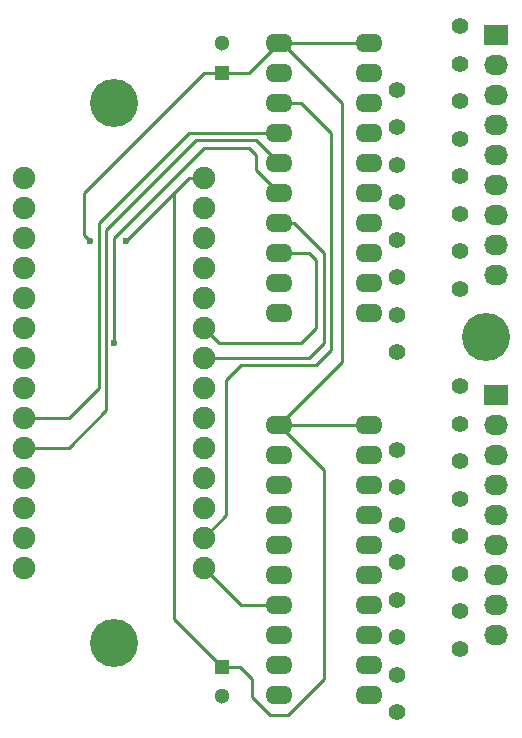
<source format=gbr>
G04 #@! TF.FileFunction,Copper,L2,Bot,Signal*
%FSLAX46Y46*%
G04 Gerber Fmt 4.6, Leading zero omitted, Abs format (unit mm)*
G04 Created by KiCad (PCBNEW (2015-09-22 BZR 6208)-product) date 10/22/2015 10:46:09 PM*
%MOMM*%
G01*
G04 APERTURE LIST*
%ADD10C,0.100000*%
%ADD11R,1.300000X1.300000*%
%ADD12C,1.300000*%
%ADD13C,1.397000*%
%ADD14C,1.900000*%
%ADD15O,2.300000X1.600000*%
%ADD16R,2.032000X1.727200*%
%ADD17O,2.032000X1.727200*%
%ADD18C,4.064000*%
%ADD19C,0.600000*%
%ADD20C,0.250000*%
G04 APERTURE END LIST*
D10*
D11*
X120904000Y-81280000D03*
D12*
X120904000Y-78780000D03*
D13*
X135735923Y-82704077D03*
X141124077Y-77315923D03*
X135735923Y-85879077D03*
X141124077Y-80490923D03*
X135735923Y-89054077D03*
X141124077Y-83665923D03*
X135735923Y-92229077D03*
X141124077Y-86840923D03*
X135735923Y-95404077D03*
X141124077Y-90015923D03*
X135735923Y-98579077D03*
X141124077Y-93190923D03*
X135735923Y-101754077D03*
X141124077Y-96365923D03*
X135735923Y-104929077D03*
X141124077Y-99540923D03*
X135735923Y-113184077D03*
X141124077Y-107795923D03*
X135735923Y-116359077D03*
X141124077Y-110970923D03*
X135735923Y-119534077D03*
X141124077Y-114145923D03*
X135735923Y-122709077D03*
X141124077Y-117320923D03*
X135735923Y-125884077D03*
X141124077Y-120495923D03*
X135735923Y-129059077D03*
X141124077Y-123670923D03*
X135735923Y-132234077D03*
X141124077Y-126845923D03*
X135735923Y-135409077D03*
X141124077Y-130020923D03*
D14*
X104140000Y-92710000D03*
X104140000Y-95250000D03*
X104140000Y-97790000D03*
X104140000Y-100330000D03*
X104140000Y-102870000D03*
X104140000Y-105410000D03*
X104140000Y-107950000D03*
X104140000Y-110490000D03*
X104140000Y-113030000D03*
X104140000Y-115570000D03*
X104140000Y-118110000D03*
X104140000Y-120650000D03*
X104140000Y-123190000D03*
X119380000Y-123190000D03*
X119380000Y-120650000D03*
X119380000Y-118110000D03*
X119380000Y-115570000D03*
X119380000Y-113030000D03*
X119380000Y-110490000D03*
X119380000Y-107950000D03*
X119380000Y-105410000D03*
X119380000Y-102870000D03*
X119380000Y-100330000D03*
X119380000Y-97790000D03*
X119380000Y-95250000D03*
X119380000Y-92710000D03*
X119380000Y-90170000D03*
X104140000Y-90170000D03*
D15*
X125730000Y-78740000D03*
X125730000Y-81280000D03*
X125730000Y-83820000D03*
X125730000Y-86360000D03*
X125730000Y-88900000D03*
X125730000Y-91440000D03*
X125730000Y-93980000D03*
X125730000Y-96520000D03*
X125730000Y-99060000D03*
X125730000Y-101600000D03*
X133350000Y-101600000D03*
X133350000Y-99060000D03*
X133350000Y-96520000D03*
X133350000Y-93980000D03*
X133350000Y-91440000D03*
X133350000Y-88900000D03*
X133350000Y-86360000D03*
X133350000Y-83820000D03*
X133350000Y-81280000D03*
X133350000Y-78740000D03*
X125730000Y-111125000D03*
X125730000Y-113665000D03*
X125730000Y-116205000D03*
X125730000Y-118745000D03*
X125730000Y-121285000D03*
X125730000Y-123825000D03*
X125730000Y-126365000D03*
X125730000Y-128905000D03*
X125730000Y-131445000D03*
X125730000Y-133985000D03*
X133350000Y-133985000D03*
X133350000Y-131445000D03*
X133350000Y-128905000D03*
X133350000Y-126365000D03*
X133350000Y-123825000D03*
X133350000Y-121285000D03*
X133350000Y-118745000D03*
X133350000Y-116205000D03*
X133350000Y-113665000D03*
X133350000Y-111125000D03*
D16*
X144145000Y-108585000D03*
D17*
X144145000Y-111125000D03*
X144145000Y-113665000D03*
X144145000Y-116205000D03*
X144145000Y-118745000D03*
X144145000Y-121285000D03*
X144145000Y-123825000D03*
X144145000Y-126365000D03*
X144145000Y-128905000D03*
D16*
X144145000Y-78105000D03*
D17*
X144145000Y-80645000D03*
X144145000Y-83185000D03*
X144145000Y-85725000D03*
X144145000Y-88265000D03*
X144145000Y-90805000D03*
X144145000Y-93345000D03*
X144145000Y-95885000D03*
X144145000Y-98425000D03*
D11*
X120904000Y-131572000D03*
D12*
X120904000Y-134072000D03*
D18*
X111760000Y-83820000D03*
X111760000Y-129540000D03*
X143256000Y-103632000D03*
D19*
X109728000Y-95504000D03*
X112776000Y-95504000D03*
X111760000Y-104140000D03*
D20*
X116840000Y-91440000D02*
X112776000Y-95504000D01*
X119380000Y-81280000D02*
X120904000Y-81280000D01*
X109220000Y-91440000D02*
X119380000Y-81280000D01*
X109220000Y-94996000D02*
X109220000Y-91440000D01*
X109728000Y-95504000D02*
X109220000Y-94996000D01*
X125730000Y-78740000D02*
X125984000Y-78740000D01*
X125984000Y-78740000D02*
X131064000Y-83820000D01*
X131064000Y-105791000D02*
X125730000Y-111125000D01*
X131064000Y-83820000D02*
X131064000Y-105791000D01*
X119380000Y-90170000D02*
X118110000Y-90170000D01*
X116840000Y-127508000D02*
X120904000Y-131572000D01*
X116840000Y-91440000D02*
X116840000Y-127508000D01*
X118110000Y-90170000D02*
X116840000Y-91440000D01*
X120904000Y-81280000D02*
X123190000Y-81280000D01*
X123190000Y-81280000D02*
X125730000Y-78740000D01*
X120904000Y-131572000D02*
X122428000Y-131572000D01*
X129540000Y-114935000D02*
X125730000Y-111125000D01*
X129540000Y-132588000D02*
X129540000Y-114935000D01*
X126492000Y-135636000D02*
X129540000Y-132588000D01*
X124968000Y-135636000D02*
X126492000Y-135636000D01*
X123444000Y-134112000D02*
X124968000Y-135636000D01*
X123444000Y-132588000D02*
X123444000Y-134112000D01*
X122428000Y-131572000D02*
X123444000Y-132588000D01*
X133350000Y-78740000D02*
X125730000Y-78740000D01*
X133350000Y-111125000D02*
X125730000Y-111125000D01*
X144145000Y-128905000D02*
X143383000Y-128905000D01*
X125730000Y-91440000D02*
X123825000Y-89535000D01*
X111760000Y-95250000D02*
X111760000Y-104140000D01*
X119380000Y-87630000D02*
X111760000Y-95250000D01*
X123190000Y-87630000D02*
X119380000Y-87630000D01*
X123825000Y-88265000D02*
X123190000Y-87630000D01*
X123825000Y-89535000D02*
X123825000Y-88265000D01*
X125730000Y-86360000D02*
X118110000Y-86360000D01*
X107950000Y-110490000D02*
X104140000Y-110490000D01*
X110490000Y-107950000D02*
X107950000Y-110490000D01*
X110490000Y-93980000D02*
X110490000Y-107950000D01*
X118110000Y-86360000D02*
X110490000Y-93980000D01*
X125730000Y-88900000D02*
X123825000Y-86995000D01*
X107950000Y-113030000D02*
X104140000Y-113030000D01*
X111125000Y-109855000D02*
X107950000Y-113030000D01*
X111125000Y-94615000D02*
X111125000Y-109855000D01*
X118745000Y-86995000D02*
X111125000Y-94615000D01*
X123825000Y-86995000D02*
X118745000Y-86995000D01*
X125730000Y-126365000D02*
X122555000Y-126365000D01*
X122555000Y-126365000D02*
X119380000Y-123190000D01*
X125730000Y-83820000D02*
X127635000Y-83820000D01*
X121285000Y-118745000D02*
X119380000Y-120650000D01*
X121285000Y-107315000D02*
X121285000Y-118745000D01*
X122555000Y-106045000D02*
X121285000Y-107315000D01*
X128905000Y-106045000D02*
X122555000Y-106045000D01*
X130175000Y-104775000D02*
X128905000Y-106045000D01*
X130175000Y-86360000D02*
X130175000Y-104775000D01*
X127635000Y-83820000D02*
X130175000Y-86360000D01*
X119380000Y-105410000D02*
X128270000Y-105410000D01*
X127000000Y-93980000D02*
X125730000Y-93980000D01*
X129540000Y-96520000D02*
X127000000Y-93980000D01*
X129540000Y-104140000D02*
X129540000Y-96520000D01*
X128270000Y-105410000D02*
X129540000Y-104140000D01*
X125730000Y-96520000D02*
X128270000Y-96520000D01*
X120650000Y-104140000D02*
X119380000Y-102870000D01*
X127635000Y-104140000D02*
X120650000Y-104140000D01*
X128905000Y-102870000D02*
X127635000Y-104140000D01*
X128905000Y-97155000D02*
X128905000Y-102870000D01*
X128270000Y-96520000D02*
X128905000Y-97155000D01*
M02*

</source>
